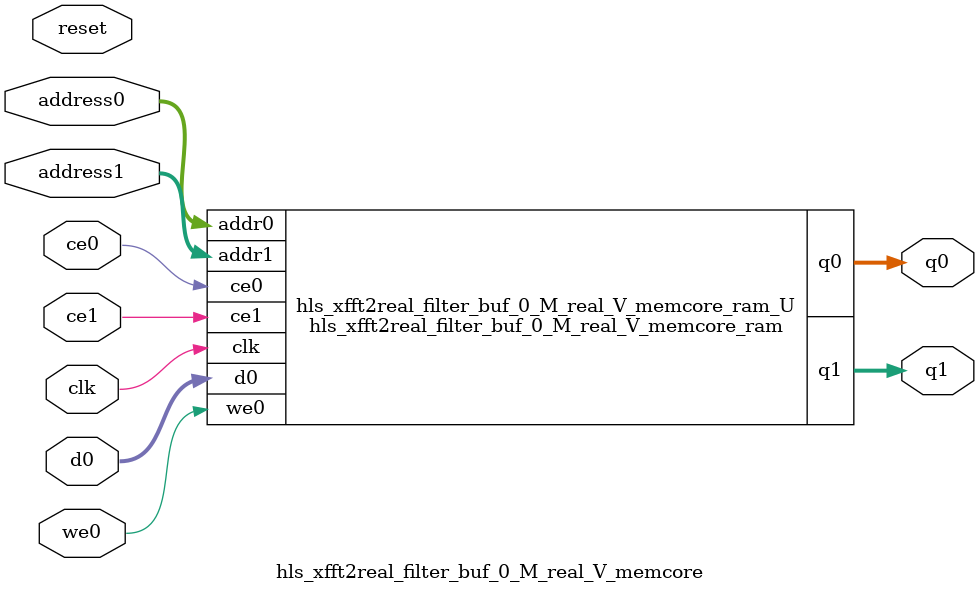
<source format=v>
`timescale 1 ns / 1 ps
module hls_xfft2real_filter_buf_0_M_real_V_memcore_ram (addr0, ce0, d0, we0, q0, addr1, ce1, q1,  clk);

parameter DWIDTH = 31;
parameter AWIDTH = 9;
parameter MEM_SIZE = 512;

input[AWIDTH-1:0] addr0;
input ce0;
input[DWIDTH-1:0] d0;
input we0;
output reg[DWIDTH-1:0] q0;
input[AWIDTH-1:0] addr1;
input ce1;
output reg[DWIDTH-1:0] q1;
input clk;

reg [DWIDTH-1:0] ram[0:MEM_SIZE-1];




always @(posedge clk)  
begin 
    if (ce0) begin
        if (we0) 
            ram[addr0] <= d0; 
        q0 <= ram[addr0];
    end
end


always @(posedge clk)  
begin 
    if (ce1) begin
        q1 <= ram[addr1];
    end
end


endmodule

`timescale 1 ns / 1 ps
module hls_xfft2real_filter_buf_0_M_real_V_memcore(
    reset,
    clk,
    address0,
    ce0,
    we0,
    d0,
    q0,
    address1,
    ce1,
    q1);

parameter DataWidth = 32'd31;
parameter AddressRange = 32'd512;
parameter AddressWidth = 32'd9;
input reset;
input clk;
input[AddressWidth - 1:0] address0;
input ce0;
input we0;
input[DataWidth - 1:0] d0;
output[DataWidth - 1:0] q0;
input[AddressWidth - 1:0] address1;
input ce1;
output[DataWidth - 1:0] q1;



hls_xfft2real_filter_buf_0_M_real_V_memcore_ram hls_xfft2real_filter_buf_0_M_real_V_memcore_ram_U(
    .clk( clk ),
    .addr0( address0 ),
    .ce0( ce0 ),
    .we0( we0 ),
    .d0( d0 ),
    .q0( q0 ),
    .addr1( address1 ),
    .ce1( ce1 ),
    .q1( q1 ));

endmodule


</source>
